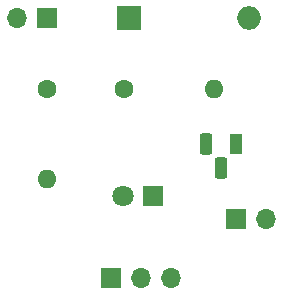
<source format=gbr>
%TF.GenerationSoftware,KiCad,Pcbnew,(6.0.4)*%
%TF.CreationDate,2022-10-02T23:39:58+02:00*%
%TF.ProjectId,Magnet_v2,4d61676e-6574-45f7-9632-2e6b69636164,rev?*%
%TF.SameCoordinates,Original*%
%TF.FileFunction,Copper,L2,Bot*%
%TF.FilePolarity,Positive*%
%FSLAX46Y46*%
G04 Gerber Fmt 4.6, Leading zero omitted, Abs format (unit mm)*
G04 Created by KiCad (PCBNEW (6.0.4)) date 2022-10-02 23:39:58*
%MOMM*%
%LPD*%
G01*
G04 APERTURE LIST*
G04 Aperture macros list*
%AMRoundRect*
0 Rectangle with rounded corners*
0 $1 Rounding radius*
0 $2 $3 $4 $5 $6 $7 $8 $9 X,Y pos of 4 corners*
0 Add a 4 corners polygon primitive as box body*
4,1,4,$2,$3,$4,$5,$6,$7,$8,$9,$2,$3,0*
0 Add four circle primitives for the rounded corners*
1,1,$1+$1,$2,$3*
1,1,$1+$1,$4,$5*
1,1,$1+$1,$6,$7*
1,1,$1+$1,$8,$9*
0 Add four rect primitives between the rounded corners*
20,1,$1+$1,$2,$3,$4,$5,0*
20,1,$1+$1,$4,$5,$6,$7,0*
20,1,$1+$1,$6,$7,$8,$9,0*
20,1,$1+$1,$8,$9,$2,$3,0*%
G04 Aperture macros list end*
%TA.AperFunction,ComponentPad*%
%ADD10C,1.600000*%
%TD*%
%TA.AperFunction,ComponentPad*%
%ADD11O,1.600000X1.600000*%
%TD*%
%TA.AperFunction,ComponentPad*%
%ADD12R,1.700000X1.700000*%
%TD*%
%TA.AperFunction,ComponentPad*%
%ADD13O,1.700000X1.700000*%
%TD*%
%TA.AperFunction,ComponentPad*%
%ADD14R,2.000000X2.000000*%
%TD*%
%TA.AperFunction,ComponentPad*%
%ADD15O,2.000000X2.000000*%
%TD*%
%TA.AperFunction,ComponentPad*%
%ADD16R,1.100000X1.800000*%
%TD*%
%TA.AperFunction,ComponentPad*%
%ADD17RoundRect,0.275000X0.275000X0.625000X-0.275000X0.625000X-0.275000X-0.625000X0.275000X-0.625000X0*%
%TD*%
%TA.AperFunction,ComponentPad*%
%ADD18R,1.800000X1.800000*%
%TD*%
%TA.AperFunction,ComponentPad*%
%ADD19C,1.800000*%
%TD*%
G04 APERTURE END LIST*
D10*
%TO.P,R2,1*%
%TO.N,Net-(J1-Pad2)*%
X138500000Y-103000000D03*
D11*
%TO.P,R2,2*%
%TO.N,Net-(Q1-Pad2)*%
X146120000Y-103000000D03*
%TD*%
D10*
%TO.P,R1,1*%
%TO.N,Net-(J1-Pad2)*%
X132000000Y-103000000D03*
D11*
%TO.P,R1,2*%
%TO.N,Net-(D2-Pad2)*%
X132000000Y-110620000D03*
%TD*%
D12*
%TO.P,J1,1,Pin_1*%
%TO.N,VCC*%
X137475000Y-118975000D03*
D13*
%TO.P,J1,2,Pin_2*%
%TO.N,Net-(J1-Pad2)*%
X140015000Y-118975000D03*
%TO.P,J1,3,Pin_3*%
%TO.N,GNDREF*%
X142555000Y-118975000D03*
%TD*%
D12*
%TO.P,10mH1,1,1*%
%TO.N,VCC*%
X148000000Y-114000000D03*
D13*
%TO.P,10mH1,2,2*%
%TO.N,Net-(10mH1-Pad2)*%
X150540000Y-114000000D03*
%TD*%
D14*
%TO.P,D1,1,A*%
%TO.N,Net-(10mH1-Pad2)*%
X139000000Y-97000000D03*
D15*
%TO.P,D1,2,K*%
%TO.N,VCC*%
X149160000Y-97000000D03*
%TD*%
D16*
%TO.P,Q1,1,C*%
%TO.N,Net-(10mH1-Pad2)*%
X148000000Y-107600000D03*
D17*
%TO.P,Q1,2,B*%
%TO.N,Net-(Q1-Pad2)*%
X146730000Y-109670000D03*
%TO.P,Q1,3,E*%
%TO.N,GNDREF*%
X145460000Y-107600000D03*
%TD*%
D12*
%TO.P,SW1,1*%
%TO.N,Net-(J1-Pad2)*%
X132000000Y-97000000D03*
D13*
%TO.P,SW1,2*%
%TO.N,VCC*%
X129460000Y-97000000D03*
%TD*%
D18*
%TO.P,D2,1,K*%
%TO.N,GNDREF*%
X141000000Y-112000000D03*
D19*
%TO.P,D2,2,A*%
%TO.N,Net-(D2-Pad2)*%
X138460000Y-112000000D03*
%TD*%
M02*

</source>
